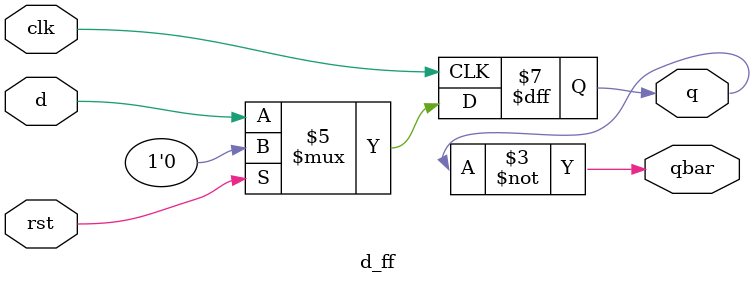
<source format=v>
module d_ff(d,clk,rst,q,qbar);
input d,clk,rst;
output reg q,qbar;
always @ (posedge clk)
begin
if (rst)
q <= 1'b0;
else
q <= d;
end
always @ (q)
qbar <= ~q;
endmodule

</source>
